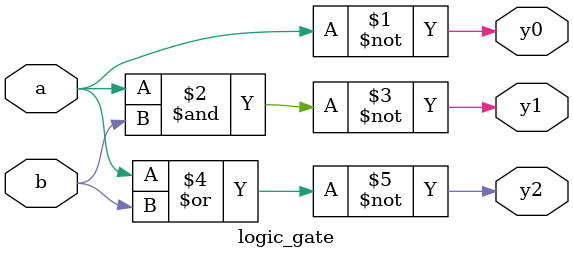
<source format=v>
`timescale 1ns / 1ps


module logic_gate(
    input a,b,
    output y0,y1,y2
    );
    assign y0 = ~a;
    assign y1 = ~(a&b);
    assign y2 = ~(a|b);
endmodule

</source>
